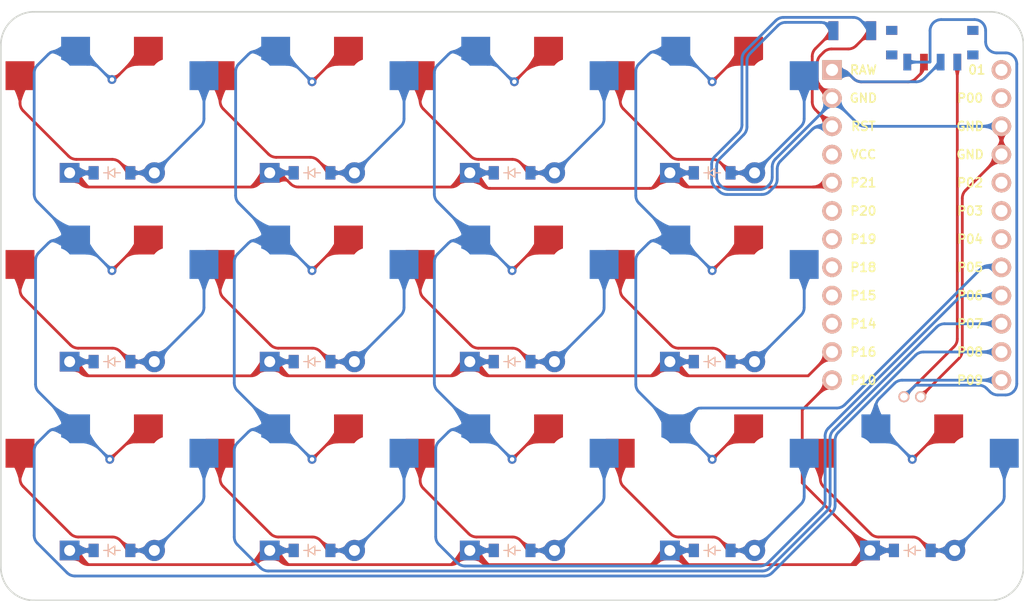
<source format=kicad_pcb>
(kicad_pcb (version 20221018) (generator pcbnew)
  (title_block (title "version_one") (rev "v1.0.0") (company "Unknown"))
  (layers (0 "F.Cu" signal) (31 "B.Cu" signal) (34 "B.Paste" user) (35 "F.Paste" user) (36 "B.SilkS" user "B.Silkscreen") (37 "F.SilkS" user "F.Silkscreen") (38 "B.Mask" user) (39 "F.Mask" user) (44 "Edge.Cuts" user))
  (net 0 "")
  (net 1 "P8")
  (net 2 "pinky_bottom")
  (net 3 "pinky_home")
  (net 4 "pinky_top")
  (net 5 "P7")
  (net 6 "ring_bottom")
  (net 7 "ring_home")
  (net 8 "ring_top")
  (net 9 "P6")
  (net 10 "middle_bottom")
  (net 11 "middle_home")
  (net 12 "middle_top")
  (net 13 "P5")
  (net 14 "index_bottom")
  (net 15 "index_home")
  (net 16 "index_top")
  (net 17 "P9")
  (net 18 "thumb_bottom")
  (net 19 "P10")
  (net 20 "P16")
  (net 21 "P21")
  (net 22 "RAW")
  (net 23 "GND")
  (net 24 "RST")
  (net 25 "VCC")
  (net 26 "P20")
  (net 27 "P19")
  (net 28 "P18")
  (net 29 "P15")
  (net 30 "P14")
  (net 31 "P1")
  (net 32 "P0")
  (net 33 "P2")
  (net 34 "P3")
  (net 35 "P4")
  (net 36 "pos")
  (footprint "lib:bat" (layer "F.Cu") (at 172 91.16 90)
    (fp_text reference "")
    (fp_text value "")
  )
  (footprint "ComboDiode" (layer "F.Cu") (at 100 105)
    (fp_text reference "D1" hide)
    (fp_text value "" hide)
  )
  (footprint "PG1350" (layer "F.Cu") (at 100 83)
    (fp_text reference "S2" hide)
    (fp_text value "" hide)
  )
  (footprint "ComboDiode" (layer "F.Cu") (at 136 88)
    (fp_text reference "D8" hide)
    (fp_text value "" hide)
  )
  (footprint "ComboDiode" (layer "F.Cu") (at 172 105)
    (fp_text reference "D13" hide)
    (fp_text value "" hide)
  )
  (footprint "PG1350" (layer "F.Cu") (at 136 100)
    (fp_text reference "S7" hide)
    (fp_text value "" hide)
  )
  (footprint "PG1350" (layer "F.Cu") (at 154 100)
    (fp_text reference "S10" hide)
    (fp_text value "" hide)
  )
  (footprint "ComboDiode" (layer "F.Cu") (at 154 88)
    (fp_text reference "D11" hide)
    (fp_text value "" hide)
  )
  (footprint "PG1350" (layer "F.Cu") (at 100 100)
    (fp_text reference "S1" hide)
    (fp_text value "" hide)
  )
  (footprint "ComboDiode" (layer "F.Cu") (at 118 105)
    (fp_text reference "D4" hide)
    (fp_text value "" hide)
  )
  (footprint "ComboDiode" (layer "F.Cu") (at 154 71)
    (fp_text reference "D12" hide)
    (fp_text value "" hide)
  )
  (footprint "PG1350" (layer "F.Cu") (at 118 66)
    (fp_text reference "S6" hide)
    (fp_text value "" hide)
  )
  (footprint "ComboDiode" (layer "F.Cu") (at 136 71)
    (fp_text reference "D9" hide)
    (fp_text value "" hide)
  )
  (footprint "Button_Switch_SMD:SW_SPDT_PCM12" (layer "F.Cu") (at 173.8 59.6 180)
    (fp_text reference "")
    (fp_text value "")
  )
  (footprint "PG1350" (layer "F.Cu") (at 136 66)
    (fp_text reference "S9" hide)
    (fp_text value "" hide)
  )
  (footprint "PG1350" (layer "F.Cu") (at 154 66)
    (fp_text reference "S12" hide)
    (fp_text value "" hide)
  )
  (footprint "ComboDiode" (layer "F.Cu") (at 100 71)
    (fp_text reference "D3" hide)
    (fp_text value "" hide)
  )
  (footprint "PG1350" (layer "F.Cu") (at 118 83)
    (fp_text reference "S5" hide)
    (fp_text value "" hide)
  )
  (footprint "PG1350" (layer "F.Cu") (at 172 100)
    (fp_text reference "S13" hide)
    (fp_text value "" hide)
  )
  (footprint "PG1350" (layer "F.Cu") (at 136 83)
    (fp_text reference "S8" hide)
    (fp_text value "" hide)
  )
  (footprint "ComboDiode" (layer "F.Cu") (at 118 88)
    (fp_text reference "D5" hide)
    (fp_text value "" hide)
  )
  (footprint "ComboDiode" (layer "F.Cu") (at 100 88)
    (fp_text reference "D2" hide)
    (fp_text value "" hide)
  )
  (footprint "PG1350" (layer "F.Cu") (at 154 83)
    (fp_text reference "S11" hide)
    (fp_text value "" hide)
  )
  (footprint "PG1350" (layer "F.Cu") (at 118 100)
    (fp_text reference "S4" hide)
    (fp_text value "" hide)
  )
  (footprint "ComboDiode" (layer "F.Cu") (at 118 71)
    (fp_text reference "D6" hide)
    (fp_text value "" hide)
  )
  (footprint "Button_Switch_SMD:SW_SPST_B3U-1000P" (layer "F.Cu") (at 166.6 58.2)
    (fp_text reference "")
    (fp_text value "")
  )
  (footprint "PG1350" (layer "F.Cu") (at 100 66)
    (fp_text reference "S3" hide)
    (fp_text value "" hide)
  )
  (footprint "ComboDiode" (layer "F.Cu") (at 154 105)
    (fp_text reference "D10" hide)
    (fp_text value "" hide)
  )
  (footprint "ProMicro" (layer "F.Cu") (at 172.4 75.7 -90)
    (fp_text reference "MCU1" hide)
    (fp_text value "" hide)
  )
  (footprint "ComboDiode" (layer "F.Cu") (at 136 105)
    (fp_text reference "D7" hide)
    (fp_text value "" hide)
  )
  (gr_arc (start 182 106.5) (mid 181.12132 108.62132) (end 179 109.5) (stroke (width 0.15)) (layer "Edge.Cuts"))
  (gr_arc (start 90 59.5) (mid 90.87868 57.37868) (end 93 56.5) (stroke (width 0.15)) (layer "Edge.Cuts"))
  (gr_line (start 93 109.5) (end 179 109.5) (stroke (width 0.15)) (layer "Edge.Cuts"))
  (gr_line (start 93 56.5) (end 179 56.5) (stroke (width 0.15)) (layer "Edge.Cuts"))
  (gr_arc (start 179 56.5) (mid 181.12132 57.37868) (end 182 59.5) (stroke (width 0.15)) (layer "Edge.Cuts"))
  (gr_line (start 182 106.5) (end 182 59.5) (stroke (width 0.15)) (layer "Edge.Cuts"))
  (gr_arc (start 93 109.5) (mid 90.87868 108.62132) (end 90 106.5) (stroke (width 0.15)) (layer "Edge.Cuts"))
  (gr_line (start 90 106.5) (end 90 59.5) (stroke (width 0.15)) (layer "Edge.Cuts"))
  (segment (start 103.275 94.05) (end 103.143814 94.05) (width 0.25) (layer "F.Cu") (net 1))
  (segment (start 102.457107 77.342893) (end 100 79.8) (width 0.25) (layer "F.Cu") (net 1))
  (segment (start 100.2 62.6) (end 100 62.6) (width 0.25) (layer "F.Cu") (net 1))
  (segment (start 103.275 60.05) (end 103.164214 60.05) (width 0.25) (layer "F.Cu") (net 1))
  (segment (start 102.461938 94.318533) (end 99.8 96.8) (width 0.25) (layer "F.Cu") (net 1))
  (segment (start 103.275 77.05) (end 103.164214 77.05) (width 0.25) (layer "F.Cu") (net 1))
  (segment (start 102.457107 60.342893) (end 100.2 62.6) (width 0.25) (layer "F.Cu") (net 1))
  (via (at 99.8 96.8) (size 0.8) (drill 0.4) (layers "F.Cu" "B.Cu") (net 1))
  (via (at 100 62.6) (size 0.8) (drill 0.4) (layers "F.Cu" "B.Cu") (net 1))
  (via (at 100 79.8) (size 0.8) (drill 0.4) (layers "F.Cu" "B.Cu") (net 1))
  (arc (start 103.164214 77.05) (mid 102.781531 77.12612) (end 102.457107 77.342893) (width 0.25) (layer "F.Cu") (net 1))
  (arc (start 102.457107 60.342893) (mid 102.78153 60.12612) (end 103.164214 60.05) (width 0.25) (layer "F.Cu") (net 1))
  (arc (start 103.143814 94.05) (mid 102.77739 94.119552) (end 102.461938 94.318533) (width 0.25) (layer "F.Cu") (net 1))
  (segment (start 96.725 77.05) (end 94.962564 77.05) (width 0.25) (layer "B.Cu") (net 1))
  (segment (start 100 62.6) (end 99.89835 62.6) (width 0.25) (layer "B.Cu") (net 1))
  (segment (start 93 62.012564) (end 93 72.910786) (width 0.25) (layer "B.Cu") (net 1))
  (segment (start 97.34835 60.05) (end 96.725 60.05) (width 0.25) (layer "B.Cu") (net 1))
  (segment (start 99.89835 62.6) (end 97.34835 60.05) (width 0.25) (layer "B.Cu") (net 1))
  (segment (start 97.05 94.05) (end 96.725 94.05) (width 0.25) (layer "B.Cu") (net 1))
  (segment (start 180.02 87.13) (end 172.999594 87.13) (width 0.25) (layer "B.Cu") (net 1))
  (segment (start 100 79.8) (end 97.25 77.05) (width 0.25) (layer "B.Cu") (net 1))
  (segment (start 93 103.633406) (end 93 96.012564) (width 0.25) (layer "B.Cu") (net 1))
  (segment (start 99.8 96.8) (end 97.05 94.05) (width 0.25) (layer "B.Cu") (net 1))
  (segment (start 94.255457 77.342893) (end 93.417893 78.180457) (width 0.25) (layer "B.Cu") (net 1))
  (segment (start 94.255457 60.342893) (end 93.292893 61.305457) (width 0.25) (layer "B.Cu") (net 1))
  (segment (start 165.05769 95.071904) (end 165.05769 100.928096) (width 0.25) (layer "B.Cu") (net 1))
  (segment (start 94.962564 94.05) (end 96.725 94.05) (width 0.25) (layer "B.Cu") (net 1))
  (segment (start 158.685786 107.3) (end 96.666594 107.3) (width 0.25) (layer "B.Cu") (net 1))
  (segment (start 97.25 77.05) (end 96.725 77.05) (width 0.25) (layer "B.Cu") (net 1))
  (segment (start 172.292487 87.422893) (end 165.350583 94.364797) (width 0.25) (layer "B.Cu") (net 1))
  (segment (start 96.725 60.05) (end 94.962564 60.05) (width 0.25) (layer "B.Cu") (net 1))
  (segment (start 93.125 78.887564) (end 93.125 90.035786) (width 0.25) (layer "B.Cu") (net 1))
  (segment (start 93.292893 73.617893) (end 96.725 77.05) (width 0.25) (layer "B.Cu") (net 1))
  (segment (start 93.292893 95.305457) (end 94.255457 94.342893) (width 0.25) (layer "B.Cu") (net 1))
  (segment (start 95.959487 107.007107) (end 93.292893 104.340513) (width 0.25) (layer "B.Cu") (net 1))
  (segment (start 164.764797 101.635203) (end 159.392893 107.007107) (width 0.25) (layer "B.Cu") (net 1))
  (segment (start 93.417893 90.742893) (end 96.725 94.05) (width 0.25) (layer "B.Cu") (net 1))
  (arc (start 93.417893 90.742893) (mid 93.20112 90.41847) (end 93.125 90.035786) (width 0.25) (layer "B.Cu") (net 1))
  (arc (start 93.417893 78.180457) (mid 93.20112 78.50488) (end 93.125 78.887564) (width 0.25) (layer "B.Cu") (net 1))
  (arc (start 94.962564 94.05) (mid 94.579881 94.12612) (end 94.255457 94.342893) (width 0.25) (layer "B.Cu") (net 1))
  (arc (start 158.685786 107.3) (mid 159.068469 107.22388) (end 159.392893 107.007107) (width 0.25) (layer "B.Cu") (net 1))
  (arc (start 172.292487 87.422893) (mid 172.61691 87.20612) (end 172.999594 87.13) (width 0.25) (layer "B.Cu") (net 1))
  (arc (start 164.764797 101.635203) (mid 164.98157 101.31078) (end 165.05769 100.928096) (width 0.25) (layer "B.Cu") (net 1))
  (arc (start 96.666594 107.3) (mid 96.283911 107.22388) (end 95.959487 107.007107) (width 0.25) (layer "B.Cu") (net 1))
  (arc (start 93.292893 61.305457) (mid 93.07612 61.62988) (end 93 62.012564) (width 0.25) (layer "B.Cu") (net 1))
  (arc (start 94.962564 77.05) (mid 94.579881 77.12612) (end 94.255457 77.342893) (width 0.25) (layer "B.Cu") (net 1))
  (arc (start 165.350583 94.364797) (mid 165.13381 94.68922) (end 165.05769 95.071904) (width 0.25) (layer "B.Cu") (net 1))
  (arc (start 93 103.633406) (mid 93.07612 104.016089) (end 93.292893 104.340513) (width 0.25) (layer "B.Cu") (net 1))
  (arc (start 94.255457 60.342893) (mid 94.57988 60.12612) (end 94.962564 60.05) (width 0.25) (layer "B.Cu") (net 1))
  (arc (start 93.292893 73.617893) (mid 93.07612 73.29347) (end 93 72.910786) (width 0.25) (layer "B.Cu") (net 1))
  (arc (start 93 96.012564) (mid 93.07612 95.629881) (end 93.292893 95.305457) (width 0.25) (layer "B.Cu") (net 1))
  (segment (start 100.728893 104.078893) (end 101.65 105) (width 0.25) (layer "F.Cu") (net 2))
  (segment (start 91.725 96.25) (end 91.725 98.54447) (width 0.25) (layer "F.Cu") (net 2))
  (segment (start 103.81 105) (end 101.65 105) (width 0.25) (layer "F.Cu") (net 2))
  (segment (start 92.017893 99.251577) (end 96.259423 103.493107) (width 0.25) (layer "F.Cu") (net 2))
  (segment (start 96.96653 103.786) (end 100.021786 103.786) (width 0.25) (layer "F.Cu") (net 2))
  (arc (start 91.725 98.54447) (mid 91.80112 98.927153) (end 92.017893 99.251577) (width 0.25) (layer "F.Cu") (net 2))
  (arc (start 96.259423 103.493107) (mid 96.583846 103.70988) (end 96.96653 103.786) (width 0.25) (layer "F.Cu") (net 2))
  (arc (start 100.728893 104.078893) (mid 100.40447 103.86212) (end 100.021786 103.786) (width 0.25) (layer "F.Cu") (net 2))
  (segment (start 107.982107 100.827893) (end 103.81 105) (width 0.25) (layer "B.Cu") (net 2))
  (segment (start 103.81 105) (end 101.65 105) (width 0.25) (layer "B.Cu") (net 2))
  (segment (start 108.275 96.25) (end 108.275 100.120786) (width 0.25) (layer "B.Cu") (net 2))
  (arc (start 107.982107 100.827893) (mid 108.19888 100.50347) (end 108.275 100.120786) (width 0.25) (layer "B.Cu") (net 2))
  (segment (start 92.017893 82.251577) (end 96.259423 86.493107) (width 0.25) (layer "F.Cu") (net 3))
  (segment (start 91.725 79.25) (end 91.725 81.54447) (width 0.25) (layer "F.Cu") (net 3))
  (segment (start 100.728893 87.078893) (end 101.65 88) (width 0.25) (layer "F.Cu") (net 3))
  (segment (start 103.81 88) (end 101.65 88) (width 0.25) (layer "F.Cu") (net 3))
  (segment (start 96.96653 86.786) (end 100.021786 86.786) (width 0.25) (layer "F.Cu") (net 3))
  (arc (start 100.728893 87.078893) (mid 100.40447 86.86212) (end 100.021786 86.786) (width 0.25) (layer "F.Cu") (net 3))
  (arc (start 92.017893 82.251577) (mid 91.80112 81.927154) (end 91.725 81.54447) (width 0.25) (layer "F.Cu") (net 3))
  (arc (start 96.259423 86.493107) (mid 96.583846 86.70988) (end 96.96653 86.786) (width 0.25) (layer "F.Cu") (net 3))
  (segment (start 108.275 79.25) (end 108.275 83.120786) (width 0.25) (layer "B.Cu") (net 3))
  (segment (start 107.982107 83.827893) (end 103.81 88) (width 0.25) (layer "B.Cu") (net 3))
  (segment (start 103.81 88) (end 101.65 88) (width 0.25) (layer "B.Cu") (net 3))
  (arc (start 108.275 83.120786) (mid 108.19888 83.503469) (end 107.982107 83.827893) (width 0.25) (layer "B.Cu") (net 3))
  (segment (start 100.728893 70.078893) (end 101.65 71) (width 0.25) (layer "F.Cu") (net 4))
  (segment (start 96.800214 69.786) (end 100.021786 69.786) (width 0.25) (layer "F.Cu") (net 4))
  (segment (start 91.725 62.25) (end 91.725 64.710786) (width 0.25) (layer "F.Cu") (net 4))
  (segment (start 92.017893 65.417893) (end 96.093107 69.493107) (width 0.25) (layer "F.Cu") (net 4))
  (segment (start 103.81 71) (end 101.65 71) (width 0.25) (layer "F.Cu") (net 4))
  (arc (start 100.021786 69.786) (mid 100.404469 69.86212) (end 100.728893 70.078893) (width 0.25) (layer "F.Cu") (net 4))
  (arc (start 91.725 64.710786) (mid 91.80112 65.093469) (end 92.017893 65.417893) (width 0.25) (layer "F.Cu") (net 4))
  (arc (start 96.093107 69.493107) (mid 96.41753 69.70988) (end 96.800214 69.786) (width 0.25) (layer "F.Cu") (net 4))
  (segment (start 107.982107 66.827893) (end 103.81 71) (width 0.25) (layer "B.Cu") (net 4))
  (segment (start 103.81 71) (end 101.65 71) (width 0.25) (layer "B.Cu") (net 4))
  (segment (start 108.275 62.25) (end 108.275 66.120786) (width 0.25) (layer "B.Cu") (net 4))
  (arc (start 108.275 66.120786) (mid 108.19888 66.503469) (end 107.982107 66.827893) (width 0.25) (layer "B.Cu") (net 4))
  (segment (start 120.457107 60.342893) (end 118.2 62.6) (width 0.25) (layer "F.Cu") (net 5))
  (segment (start 118.2 62.6) (end 118 62.8) (width 0.25) (layer "F.Cu") (net 5))
  (segment (start 121.275 60.05) (end 121.164214 60.05) (width 0.25) (layer "F.Cu") (net 5))
  (segment (start 121.275 94.05) (end 121.164214 94.05) (width 0.25) (layer "F.Cu") (net 5))
  (segment (start 120.457107 77.342893) (end 118 79.8) (width 0.25) (layer "F.Cu") (net 5))
  (segment (start 121.275 77.05) (end 121.164214 77.05) (width 0.25) (layer "F.Cu") (net 5))
  (segment (start 120.457107 94.342893) (end 118 96.8) (width 0.25) (layer "F.Cu") (net 5))
  (via (at 118 96.8) (size 0.8) (drill 0.4) (layers "F.Cu" "B.Cu") (net 5))
  (via (at 118 62.8) (size 0.8) (drill 0.4) (layers "F.Cu" "B.Cu") (net 5))
  (via (at 118 79.8) (size 0.8) (drill 0.4) (layers "F.Cu" "B.Cu") (net 5))
  (arc (start 121.164214 60.05) (mid 120.781531 60.12612) (end 120.457107 60.342893) (width 0.25) (layer "F.Cu") (net 5))
  (arc (start 121.164214 94.05) (mid 120.781531 94.12612) (end 120.457107 94.342893) (width 0.25) (layer "F.Cu") (net 5))
  (arc (start 121.164214 77.05) (mid 120.781531 77.12612) (end 120.457107 77.342893) (width 0.25) (layer "F.Cu") (net 5))
  (segment (start 114.064214 106.85) (end 158.49939 106.85) (width 0.25) (layer "B.Cu") (net 5))
  (segment (start 112.255457 77.342893) (end 111.292893 78.305457) (width 0.25) (layer "B.Cu") (net 5))
  (segment (start 164.900583 94.178401) (end 174.196091 84.882893) (width 0.25) (layer "B.Cu") (net 5))
  (segment (start 114.835786 60.05) (end 114.725 60.05) (width 0.25) (layer "B.Cu") (net 5))
  (segment (start 118 96.8) (end 115.542893 94.342893) (width 0.25) (layer "B.Cu") (net 5))
  (segment (start 114.835786 77.05) (end 114.725 77.05) (width 0.25) (layer "B.Cu") (net 5))
  (segment (start 112.255457 60.342893) (end 111.417893 61.180457) (width 0.25) (layer "B.Cu") (net 5))
  (segment (start 114.835786 94.05) (end 114.725 94.05) (width 0.25) (layer "B.Cu") (net 5))
  (segment (start 112.255457 94.342893) (end 111.292893 95.305457) (width 0.25) (layer "B.Cu") (net 5))
  (segment (start 111.125 61.887564) (end 111.125 73.035786) (width 0.25) (layer "B.Cu") (net 5))
  (segment (start 111.417893 73.742893) (end 114.725 77.05) (width 0.25) (layer "B.Cu") (net 5))
  (segment (start 111.292893 104.492893) (end 113.357107 106.557107) (width 0.25) (layer "B.Cu") (net 5))
  (segment (start 114.725 77.05) (end 112.962564 77.05) (width 0.25) (layer "B.Cu") (net 5))
  (segment (start 164.60769 100.7417) (end 164.60769 94.885508) (width 0.25) (layer "B.Cu") (net 5))
  (segment (start 174.903198 84.59) (end 180.02 84.59) (width 0.25) (layer "B.Cu") (net 5))
  (segment (start 111 79.012564) (end 111 89.910786) (width 0.25) (layer "B.Cu") (net 5))
  (segment (start 111 96.012564) (end 111 103.785786) (width 0.25) (layer "B.Cu") (net 5))
  (segment (start 118 62.8) (end 115.542893 60.342893) (width 0.25) (layer "B.Cu") (net 5))
  (segment (start 111.292893 90.617893) (end 114.725 94.05) (width 0.25) (layer "B.Cu") (net 5))
  (segment (start 118 79.8) (end 115.542893 77.342893) (width 0.25) (layer "B.Cu") (net 5))
  (segment (start 114.725 60.05) (end 112.962564 60.05) (width 0.25) (layer "B.Cu") (net 5))
  (segment (start 159.206497 106.557107) (end 164.314797 101.448807) (width 0.25) (layer "B.Cu") (net 5))
  (segment (start 114.725 94.05) (end 112.962564 94.05) (width 0.25) (layer "B.Cu") (net 5))
  (arc (start 111.292893 95.305457) (mid 111.07612 95.62988) (end 111 96.012564) (width 0.25) (layer "B.Cu") (net 5))
  (arc (start 111.292893 78.305457) (mid 111.07612 78.62988) (end 111 79.012564) (width 0.25) (layer "B.Cu") (net 5))
  (arc (start 112.962564 94.05) (mid 112.579881 94.12612) (end 112.255457 94.342893) (width 0.25) (layer "B.Cu") (net 5))
  (arc (start 111.292893 104.492893) (mid 111.07612 104.16847) (end 111 103.785786) (width 0.25) (layer "B.Cu") (net 5))
  (arc (start 159.206497 106.557107) (mid 158.882074 106.77388) (end 158.49939 106.85) (width 0.25) (layer "B.Cu") (net 5))
  (arc (start 174.903198 84.59) (mid 174.520515 84.66612) (end 174.196091 84.882893) (width 0.25) (layer "B.Cu") (net 5))
  (arc (start 114.835786 60.05) (mid 115.218469 60.12612) (end 115.542893 60.342893) (width 0.25) (layer "B.Cu") (net 5))
  (arc (start 112.255457 60.342893) (mid 112.57988 60.12612) (end 112.962564 60.05) (width 0.25) (layer "B.Cu") (net 5))
  (arc (start 114.835786 77.05) (mid 115.218469 77.12612) (end 115.542893 77.342893) (width 0.25) (layer "B.Cu") (net 5))
  (arc (start 111.292893 90.617893) (mid 111.07612 90.29347) (end 111 89.910786) (width 0.25) (layer "B.Cu") (net 5))
  (arc (start 164.60769 94.885508) (mid 164.68381 94.502825) (end 164.900583 94.178401) (width 0.25) (layer "B.Cu") (net 5))
  (arc (start 164.314797 101.448807) (mid 164.53157 101.124384) (end 164.60769 100.7417) (width 0.25) (layer "B.Cu") (net 5))
  (arc (start 113.357107 106.557107) (mid 113.68153 106.77388) (end 114.064214 106.85) (width 0.25) (layer "B.Cu") (net 5))
  (arc (start 114.835786 94.05) (mid 115.218469 94.12612) (end 115.542893 94.342893) (width 0.25) (layer "B.Cu") (net 5))
  (arc (start 112.255457 77.342893) (mid 112.57988 77.12612) (end 112.962564 77.05) (width 0.25) (layer "B.Cu") (net 5))
  (arc (start 111.417893 73.742893) (mid 111.20112 73.41847) (end 111.125 73.035786) (width 0.25) (layer "B.Cu") (net 5))
  (arc (start 111.417893 61.180457) (mid 111.20112 61.50488) (end 111.125 61.887564) (width 0.25) (layer "B.Cu") (net 5))
  (segment (start 118.728893 104.078893) (end 119.65 105) (width 0.25) (layer "F.Cu") (net 6))
  (segment (start 121.81 105) (end 119.65 105) (width 0.25) (layer "F.Cu") (net 6))
  (segment (start 109.725 96.25) (end 109.725 98.54447) (width 0.25) (layer "F.Cu") (net 6))
  (segment (start 110.017893 99.251577) (end 114.259423 103.493107) (width 0.25) (layer "F.Cu") (net 6))
  (segment (start 114.96653 103.786) (end 118.021786 103.786) (width 0.25) (layer "F.Cu") (net 6))
  (arc (start 110.017893 99.251577) (mid 109.80112 98.927154) (end 109.725 98.54447) (width 0.25) (layer "F.Cu") (net 6))
  (arc (start 118.728893 104.078893) (mid 118.40447 103.86212) (end 118.021786 103.786) (width 0.25) (layer "F.Cu") (net 6))
  (arc (start 114.259423 103.493107) (mid 114.583846 103.70988) (end 114.96653 103.786) (width 0.25) (layer "F.Cu") (net 6))
  (segment (start 121.81 105) (end 119.65 105) (width 0.25) (layer "B.Cu") (net 6))
  (segment (start 125.982107 100.827893) (end 121.81 105) (width 0.25) (layer "B.Cu") (net 6))
  (segment (start 126.275 96.25) (end 126.275 100.120786) (width 0.25) (layer "B.Cu") (net 6))
  (arc (start 126.275 100.120786) (mid 126.19888 100.503469) (end 125.982107 100.827893) (width 0.25) (layer "B.Cu") (net 6))
  (segment (start 118.728893 87.078893) (end 119.65 88) (width 0.25) (layer "F.Cu") (net 7))
  (segment (start 110.017893 82.251577) (end 114.259423 86.493107) (width 0.25) (layer "F.Cu") (net 7))
  (segment (start 114.96653 86.786) (end 118.021786 86.786) (width 0.25) (layer "F.Cu") (net 7))
  (segment (start 109.725 79.25) (end 109.725 81.54447) (width 0.25) (layer "F.Cu") (net 7))
  (segment (start 121.81 88) (end 119.65 88) (width 0.25) (layer "F.Cu") (net 7))
  (arc (start 114.96653 86.786) (mid 114.583847 86.70988) (end 114.259423 86.493107) (width 0.25) (layer "F.Cu") (net 7))
  (arc (start 118.728893 87.078893) (mid 118.40447 86.86212) (end 118.021786 86.786) (width 0.25) (layer "F.Cu") (net 7))
  (arc (start 110.017893 82.251577) (mid 109.80112 81.927154) (end 109.725 81.54447) (width 0.25) (layer "F.Cu") (net 7))
  (segment (start 121.81 88) (end 119.65 88) (width 0.25) (layer "B.Cu") (net 7))
  (segment (start 125.982107 83.827893) (end 121.81 88) (width 0.25) (layer "B.Cu") (net 7))
  (segment (start 126.275 79.25) (end 126.275 83.120786) (width 0.25) (layer "B.Cu") (net 7))
  (arc (start 126.275 83.120786) (mid 126.19888 83.503469) (end 125.982107 83.827893) (width 0.25) (layer "B.Cu") (net 7))
  (segment (start 114.78053 69.6) (end 117.835786 69.6) (width 0.25) (layer "F.Cu") (net 8))
  (segment (start 110.017893 65.251577) (end 114.073423 69.307107) (width 0.25) (layer "F.Cu") (net 8))
  (segment (start 121.81 71) (end 119.65 71) (width 0.25) (layer "F.Cu") (net 8))
  (segment (start 118.542893 69.892893) (end 119.65 71) (width 0.25) (layer "F.Cu") (net 8))
  (segment (start 109.725 62.25) (end 109.725 64.54447) (width 0.25) (layer "F.Cu") (net 8))
  (arc (start 114.78053 69.6) (mid 114.397847 69.52388) (end 114.073423 69.307107) (width 0.25) (layer "F.Cu") (net 8))
  (arc (start 110.017893 65.251577) (mid 109.80112 64.927154) (end 109.725 64.54447) (width 0.25) (layer "F.Cu") (net 8))
  (arc (start 117.835786 69.6) (mid 118.218469 69.67612) (end 118.542893 69.892893) (width 0.25) (layer "F.Cu") (net 8))
  (segment (start 125.982107 66.827893) (end 121.81 71) (width 0.25) (layer "B.Cu") (net 8))
  (segment (start 126.275 62.25) (end 126.275 66.120786) (width 0.25) (layer "B.Cu") (net 8))
  (segment (start 121.81 71) (end 119.65 71) (width 0.25) (layer "B.Cu") (net 8))
  (arc (start 126.275 66.120786) (mid 126.19888 66.503469) (end 125.982107 66.827893) (width 0.25) (layer "B.Cu") (net 8))
  (segment (start 139.275 77.05) (end 139.164214 77.05) (width 0.25) (layer "F.Cu") (net 9))
  (segment (start 136.2 62.8) (end 138.95 60.05) (width 0.25) (layer "F.Cu") (net 9))
  (segment (start 138.457107 77.342893) (end 136 79.8) (width 0.25) (layer "F.Cu") (net 9))
  (segment (start 139.275 94.05) (end 139.164214 94.05) (width 0.25) (layer "F.Cu") (net 9))
  (segment (start 138.457107 94.342893) (end 136 96.8) (width 0.25) (layer "F.Cu") (net 9))
  (segment (start 138.95 60.05) (end 139.275 60.05) (width 0.25) (layer "F.Cu") (net 9))
  (via (at 136.2 62.8) (size 0.8) (drill 0.4) (layers "F.Cu" "B.Cu") (net 9))
  (via (at 136 79.8) (size 0.8) (drill 0.4) (layers "F.Cu" "B.Cu") (net 9))
  (via (at 136 96.8) (size 0.8) (drill 0.4) (layers "F.Cu" "B.Cu") (net 9))
  (arc (start 139.164214 94.05) (mid 138.781531 94.12612) (end 138.457107 94.342893) (width 0.25) (layer "F.Cu") (net 9))
  (arc (start 138.457107 77.342893) (mid 138.78153 77.12612) (end 139.164214 77.05) (width 0.25) (layer "F.Cu") (net 9))
  (segment (start 130.255457 77.342893) (end 129.292893 78.305457) (width 0.25) (layer "B.Cu") (net 9))
  (segment (start 176.806802 82.05) (end 180.02 82.05) (width 0.25) (layer "B.Cu") (net 9))
  (segment (start 132.934136 60.05) (end 132.725 60.05) (width 0.25) (layer "B.Cu") (net 9))
  (segment (start 129.125 95.887564) (end 129.125 103.758406) (width 0.25) (layer "B.Cu") (net 9))
  (segment (start 136 96.8) (end 133.542893 94.342893) (width 0.25) (layer "B.Cu") (net 9))
  (segment (start 132.725 60.05) (end 130.962564 60.05) (width 0.25) (layer "B.Cu") (net 9))
  (segment (start 132.835786 94.05) (end 132.725 94.05) (width 0.25) (layer "B.Cu") (net 9))
  (segment (start 132.725 77.05) (end 130.962564 77.05) (width 0.25) (layer "B.Cu") (net 9))
  (segment (start 136 79.8) (end 133.542893 77.342893) (width 0.25) (layer "B.Cu") (net 9))
  (segment (start 130.255457 60.342893) (end 129.292893 61.305457) (width 0.25) (layer "B.Cu") (net 9))
  (segment (start 132.835786 77.05) (end 132.725 77.05) (width 0.25) (layer "B.Cu") (net 9))
  (segment (start 131.766594 106.4) (end 158.312994 106.4) (width 0.25) (layer "B.Cu") (net 9))
  (segment (start 132.725 94.05) (end 130.962564 94.05) (width 0.25) (layer "B.Cu") (net 9))
  (segment (start 129 79.012564) (end 129 89.910786) (width 0.25) (layer "B.Cu") (net 9))
  (segment (start 136.2 62.8) (end 136.09835 62.8) (width 0.25) (layer "B.Cu") (net 9))
  (segment (start 129.417893 104.465513) (end 131.059487 106.107107) (width 0.25) (layer "B.Cu") (net 9))
  (segment (start 129 62.012564) (end 129 72.910786) (width 0.25) (layer "B.Cu") (net 9))
  (segment (start 164.15769 100.555304) (end 164.15769 94.699112) (width 0.25) (layer "B.Cu") (net 9))
  (segment (start 129.292893 73.617893) (end 132.725 77.05) (width 0.25) (layer "B.Cu") (net 9))
  (segment (start 164.450583 93.992005) (end 176.099695 82.342893) (width 0.25) (layer "B.Cu") (net 9))
  (segment (start 129.292893 90.617893) (end 132.725 94.05) (width 0.25) (layer "B.Cu") (net 9))
  (segment (start 136.09835 62.8) (end 133.641243 60.342893) (width 0.25) (layer "B.Cu") (net 9))
  (segment (start 159.020101 106.107107) (end 163.864797 101.262411) (width 0.25) (layer "B.Cu") (net 9))
  (segment (start 130.255457 94.342893) (end 129.417893 95.180457) (width 0.25) (layer "B.Cu") (net 9))
  (arc (start 130.962564 60.05) (mid 130.579881 60.12612) (end 130.255457 60.342893) (width 0.25) (layer "B.Cu") (net 9))
  (arc (start 164.15769 100.555304) (mid 164.08157 100.937987) (end 163.864797 101.262411) (width 0.25) (layer "B.Cu") (net 9))
  (arc (start 130.255457 94.342893) (mid 130.57988 94.12612) (end 130.962564 94.05) (width 0.25) (layer "B.Cu") (net 9))
  (arc (start 129.292893 90.617893) (mid 129.07612 90.29347) (end 129 89.910786) (width 0.25) (layer "B.Cu") (net 9))
  (arc (start 164.15769 94.699112) (mid 164.23381 94.316429) (end 164.450583 93.992005) (width 0.25) (layer "B.Cu") (net 9))
  (arc (start 176.099695 82.342893) (mid 176.424118 82.12612) (end 176.806802 82.05) (width 0.25) (layer "B.Cu") (net 9))
  (arc (start 132.835786 94.05) (mid 133.218469 94.12612) (end 133.542893 94.342893) (width 0.25) (layer "B.Cu") (net 9))
  (arc (start 133.542893 77.342893) (mid 133.21847 77.12612) (end 132.835786 77.05) (width 0.25) (layer "B.Cu") (net 9))
  (arc (start 129.292893 73.617893) (mid 129.07612 73.29347) (end 129 72.910786) (width 0.25) (layer "B.Cu") (net 9))
  (arc (start 129.292893 78.305457) (mid 129.07612 78.62988) (end 129 79.012564) (width 0.25) (layer "B.Cu") (net 9))
  (arc (start 158.312994 106.4) (mid 158.695677 106.32388) (end 159.020101 106.107107) (width 0.25) (layer "B.Cu") (net 9))
  (arc (start 129 62.012564) (mid 129.07612 61.629881) (end 129.292893 61.305457) (width 0.25) (layer "B.Cu") (net 9))
  (arc (start 133.641243 60.342893) (mid 133.31682 60.12612) (end 132.934136 60.05) (width 0.25) (layer "B.Cu") (net 9))
  (arc (start 131.059487 106.107107) (mid 131.38391 106.32388) (end 131.766594 106.4) (width 0.25) (layer "B.Cu") (net 9))
  (arc (start 129.417893 95.180457) (mid 129.20112 95.50488) (end 129.125 95.887564) (width 0.25) (layer "B.Cu") (net 9))
  (arc (start 130.255457 77.342893) (mid 130.57988 77.12612) (end 130.962564 77.05) (width 0.25) (layer "B.Cu") (net 9))
  (arc (start 129.417893 104.465513) (mid 129.20112 104.14109) (end 129.125 103.758406) (width 0.25) (layer "B.Cu") (net 9))
  (segment (start 136.728893 104.078893) (end 137.65 105) (width 0.25) (layer "F.Cu") (net 10))
  (segment (start 128.017893 99.417893) (end 132.093107 103.493107) (width 0.25) (layer "F.Cu") (net 10))
  (segment (start 132.800214 103.786) (end 136.021786 103.786) (width 0.25) (layer "F.Cu") (net 10))
  (segment (start 127.725 96.25) (end 127.725 98.710786) (width 0.25) (layer "F.Cu") (net 10))
  (segment (start 137.65 105) (end 139.81 105) (width 0.25) (layer "F.Cu") (net 10))
  (arc (start 136.728893 104.078893) (mid 136.40447 103.86212) (end 136.021786 103.786) (width 0.25) (layer "F.Cu") (net 10))
  (arc (start 128.017893 99.417893) (mid 127.80112 99.09347) (end 127.725 98.710786) (width 0.25) (layer "F.Cu") (net 10))
  (arc (start 132.800214 103.786) (mid 132.417531 103.70988) (end 132.093107 103.493107) (width 0.25) (layer "F.Cu") (net 10))
  (segment (start 144.275 96.25) (end 144.275 100.120786) (width 0.25) (layer "B.Cu") (net 10))
  (segment (start 143.982107 100.827893) (end 139.81 105) (width 0.25) (layer "B.Cu") (net 10))
  (segment (start 139.81 105) (end 137.65 105) (width 0.25) (layer "B.Cu") (net 10))
  (arc (start 144.275 100.120786) (mid 144.19888 100.503469) (end 143.982107 100.827893) (width 0.25) (layer "B.Cu") (net 10))
  (segment (start 139.81 88) (end 137.65 88) (width 0.25) (layer "F.Cu") (net 11))
  (segment (start 136.728893 87.078893) (end 137.65 88) (width 0.25) (layer "F.Cu") (net 11))
  (segment (start 128.017893 82.251577) (end 132.259423 86.493107) (width 0.25) (layer "F.Cu") (net 11))
  (segment (start 127.725 79.25) (end 127.725 81.54447) (width 0.25) (layer "F.Cu") (net 11))
  (segment (start 132.96653 86.786) (end 136.021786 86.786) (width 0.25) (layer "F.Cu") (net 11))
  (arc (start 136.021786 86.786) (mid 136.404469 86.86212) (end 136.728893 87.078893) (width 0.25) (layer "F.Cu") (net 11))
  (arc (start 132.96653 86.786) (mid 132.583847 86.70988) (end 132.259423 86.493107) (width 0.25) (layer "F.Cu") (net 11))
  (arc (start 128.017893 82.251577) (mid 127.80112 81.927154) (end 127.725 81.54447) (width 0.25) (layer "F.Cu") (net 11))
  (segment (start 144.275 79.25) (end 144.275 83.120786) (width 0.25) (layer "B.Cu") (net 11))
  (segment (start 143.982107 83.827893) (end 139.81 88) (width 0.25) (layer "B.Cu") (net 11))
  (segment (start 139.81 88) (end 137.65 88) (width 0.25) (layer "B.Cu") (net 11))
  (arc (start 143.982107 83.827893) (mid 144.19888 83.50347) (end 144.275 83.120786) (width 0.25) (layer "B.Cu") (net 11))
  (segment (start 136.728893 70.078893) (end 137.65 71) (width 0.25) (layer "F.Cu") (net 12))
  (segment (start 128.017893 65.251577) (end 132.259423 69.493107) (width 0.25) (layer "F.Cu") (net 12))
  (segment (start 127.725 62.25) (end 127.725 64.54447) (width 0.25) (layer "F.Cu") (net 12))
  (segment (start 137.65 71) (end 139.81 71) (width 0.25) (layer "F.Cu") (net 12))
  (segment (start 132.96653 69.786) (end 136.021786 69.786) (width 0.25) (layer "F.Cu") (net 12))
  (arc (start 136.021786 69.786) (mid 136.404469 69.86212) (end 136.728893 70.078893) (width 0.25) (layer "F.Cu") (net 12))
  (arc (start 132.96653 69.786) (mid 132.583847 69.70988) (end 132.259423 69.493107) (width 0.25) (layer "F.Cu") (net 12))
  (arc (start 128.017893 65.251577) (mid 127.80112 64.927154) (end 127.725 64.54447) (width 0.25) (layer "F.Cu") (net 12))
  (segment (start 139.81 71) (end 137.65 71) (width 0.25) (layer "B.Cu") (net 12))
  (segment (start 144.275 62.25) (end 144.275 66.120786) (width 0.25) (layer "B.Cu") (net 12))
  (segment (start 143.982107 66.827893) (end 139.81 71) (width 0.25) (layer "B.Cu") (net 12))
  (arc (start 144.275 66.120786) (mid 144.19888 66.503469) (end 143.982107 66.827893) (width 0.25) (layer "B.Cu") (net 12))
  (segment (start 157.275 77.05) (end 157.164214 77.05) (width 0.25) (layer "F.Cu") (net 13))
  (segment (start 157.275 60.05) (end 157.164214 60.05) (width 0.25) (layer "F.Cu") (net 13))
  (segment (start 156.457107 77.342893) (end 154 79.8) (width 0.25) (layer "F.Cu") (net 13))
  (segment (start 157.275 94.05) (end 157.164214 94.05) (width 0.25) (layer "F.Cu") (net 13))
  (segment (start 156.457107 60.342893) (end 154 62.8) (width 0.25) (layer "F.Cu") (net 13))
  (segment (start 156.457107 94.342893) (end 154 96.8) (width 0.25) (layer "F.Cu") (net 13))
  (via (at 154 96.8) (size 0.8) (drill 0.4) (layers "F.Cu" "B.Cu") (net 13))
  (via (at 154 79.8) (size 0.8) (drill 0.4) (layers "F.Cu" "B.Cu") (net 13))
  (via (at 154 62.8) (size 0.8) (drill 0.4) (layers "F.Cu" "B.Cu") (net 13))
  (arc (start 157.164214 94.05) (mid 156.781531 94.12612) (end 156.457107 94.342893) (width 0.25) (layer "F.Cu") (net 13))
  (arc (start 157.164214 77.05) (mid 156.781531 77.12612) (end 156.457107 77.342893) (width 0.25) (layer "F.Cu") (net 13))
  (arc (start 156.457107 60.342893) (mid 156.78153 60.12612) (end 157.164214 60.05) (width 0.25) (layer "F.Cu") (net 13))
  (segment (start 150.725 60.05) (end 148.962564 60.05) (width 0.25) (layer "B.Cu") (net 13))
  (segment (start 148.255457 77.342893) (end 147.417893 78.180457) (width 0.25) (layer "B.Cu") (net 13))
  (segment (start 154 62.8) (end 151.542893 60.342893) (width 0.25) (layer "B.Cu") (net 13))
  (segment (start 150.725 77.05) (end 148.962564 77.05) (width 0.25) (layer "B.Cu") (net 13))
  (segment (start 150.835786 94.05) (end 150.725 94.05) (width 0.25) (layer "B.Cu") (net 13))
  (segment (start 147.417893 73.742893) (end 150.725 77.05) (width 0.25) (layer "B.Cu") (net 13))
  (segment (start 153.014214 92.175) (end 165.216978 92.175) (width 0.25) (layer "B.Cu") (net 13))
  (segment (start 178.710406 79.51) (end 180.02 79.51) (width 0.25) (layer "B.Cu") (net 13))
  (segment (start 147.125 61.887564) (end 147.125 73.035786) (width 0.25) (layer "B.Cu") (net 13))
  (segment (start 154 79.8) (end 151.542893 77.342893) (width 0.25) (layer "B.Cu") (net 13))
  (segment (start 150.835786 77.05) (end 150.725 77.05) (width 0.25) (layer "B.Cu") (net 13))
  (segment (start 150.725 94.05) (end 152.307107 92.467893) (width 0.25) (layer "B.Cu") (net 13))
  (segment (start 148.255457 60.342893) (end 147.417893 61.180457) (width 0.25) (layer "B.Cu") (net 13))
  (segment (start 147.417893 90.742893) (end 150.725 94.05) (width 0.25) (layer "B.Cu") (net 13))
  (segment (start 154 96.8) (end 151.542893 94.342893) (width 0.25) (layer "B.Cu") (net 13))
  (segment (start 150.835786 60.05) (end 150.725 60.05) (width 0.25) (layer "B.Cu") (net 13))
  (segment (start 165.924085 91.882107) (end 178.003299 79.802893) (width 0.25) (layer "B.Cu") (net 13))
  (segment (start 147.125 78.887564) (end 147.125 90.035786) (width 0.25) (layer "B.Cu") (net 13))
  (arc (start 178.003299 79.802893) (mid 178.327722 79.58612) (end 178.710406 79.51) (width 0.25) (layer "B.Cu") (net 13))
  (arc (start 153.014214 92.175) (mid 152.631531 92.25112) (end 152.307107 92.467893) (width 0.25) (layer "B.Cu") (net 13))
  (arc (start 147.417893 73.742893) (mid 147.20112 73.41847) (end 147.125 73.035786) (width 0.25) (layer "B.Cu") (net 13))
  (arc (start 151.542893 77.342893) (mid 151.21847 77.12612) (end 150.835786 77.05) (width 0.25) (layer "B.Cu") (net 13))
  (arc (start 151.542893 60.342893) (mid 151.21847 60.12612) (end 150.835786 60.05) (width 0.25) (layer "B.Cu") (net 13))
  (arc (start 148.255457 77.342893) (mid 148.57988 77.12612) (end 148.962564 77.05) (width 0.25) (layer "B.Cu") (net 13))
  (arc (start 151.542893 94.342893) (mid 151.21847 94.12612) (end 150.835786 94.05) (width 0.25) (layer "B.Cu") (net 13))
  (arc (start 147.417893 90.742893) (mid 147.20112 90.41847) (end 147.125 90.035786) (width 0.25) (layer "B.Cu") (net 13))
  (arc (start 165.924085 91.882107) (mid 165.599662 92.09888) (end 165.216978 92.175) (width 0.25) (layer "B.Cu") (net 13))
  (arc (start 148.962564 60.05) (mid 148.579881 60.12612) (end 148.255457 60.342893) (width 0.25) (layer "B.Cu") (net 13))
  (arc (start 147.125 61.887564) (mid 147.20112 61.504881) (end 147.417893 61.180457) (width 0.25) (layer "B.Cu") (net 13))
  (arc (start 147.417893 78.180457) (mid 147.20112 78.50488) (end 147.125 78.887564) (width 0.25) (layer "B.Cu") (net 13))
  (segment (start 150.96653 103.786) (end 154.021786 103.786) (width 0.25) (layer "F.Cu") (net 14))
  (segment (start 154.728893 104.078893) (end 155.65 105) (width 0.25) (layer "F.Cu") (net 14))
  (segment (start 155.65 105) (end 157.81 105) (width 0.25) (layer "F.Cu") (net 14))
  (segment (start 146.017893 99.251577) (end 150.259423 103.493107) (width 0.25) (layer "F.Cu") (net 14))
  (segment (start 145.725 96.25) (end 145.725 98.54447) (width 0.25) (layer "F.Cu") (net 14))
  (arc (start 150.259423 103.493107) (mid 150.583846 103.70988) (end 150.96653 103.786) (width 0.25) (layer "F.Cu") (net 14))
  (arc (start 154.728893 104.078893) (mid 154.40447 103.86212) (end 154.021786 103.786) (width 0.25) (layer "F.Cu") (net 14))
  (arc (start 145.725 98.54447) (mid 145.80112 98.927153) (end 146.017893 99.251577) (width 0.25) (layer "F.Cu") (net 14))
  (segment (start 162.275 96.25) (end 162.275 100.120786) (width 0.25) (layer "B.Cu") (net 14))
  (segment (start 161.982107 100.827893) (end 157.81 105) (width 0.25) (layer "B.Cu") (net 14))
  (segment (start 157.81 105) (end 155.65 105) (width 0.25) (layer "B.Cu") (net 14))
  (arc (start 161.982107 100.827893) (mid 162.19888 100.50347) (end 162.275 100.120786) (width 0.25) (layer "B.Cu") (net 14))
  (segment (start 154.728893 87.078893) (end 155.65 88) (width 0.25) (layer "F.Cu") (net 15))
  (segment (start 157.81 88) (end 155.65 88) (width 0.25) (layer "F.Cu") (net 15))
  (segment (start 146.017893 82.251577) (end 150.259423 86.493107) (width 0.25) (layer "F.Cu") (net 15))
  (segment (start 150.96653 86.786) (end 154.021786 86.786) (width 0.25) (layer "F.Cu") (net 15))
  (segment (start 145.725 79.25) (end 145.725 81.54447) (width 0.25) (layer "F.Cu") (net 15))
  (arc (start 150.259423 86.493107) (mid 150.583846 86.70988) (end 150.96653 86.786) (width 0.25) (layer "F.Cu") (net 15))
  (arc (start 145.725 81.54447) (mid 145.80112 81.927153) (end 146.017893 82.251577) (width 0.25) (layer "F.Cu") (net 15))
  (arc (start 154.728893 87.078893) (mid 154.40447 86.86212) (end 154.021786 86.786) (width 0.25) (layer "F.Cu") (net 15))
  (segment (start 162.275 79.25) (end 162.275 83.120786) (width 0.25) (layer "B.Cu") (net 15))
  (segment (start 161.982107 83.827893) (end 157.81 88) (width 0.25) (layer "B.Cu") (net 15))
  (segment (start 157.81 88) (end 155.65 88) (width 0.25) (layer "B.Cu") (net 15))
  (arc (start 161.982107 83.827893) (mid 162.19888 83.50347) (end 162.275 83.120786) (width 0.25) (layer "B.Cu") (net 15))
  (segment (start 154.728893 70.078893) (end 155.65 71) (width 0.25) (layer "F.Cu") (net 16))
  (segment (start 145.725 62.25) (end 145.725 64.54447) (width 0.25) (layer "F.Cu") (net 16))
  (segment (start 150.96653 69.786) (end 154.021786 69.786) (width 0.25) (layer "F.Cu") (net 16))
  (segment (start 155.65 71) (end 157.81 71) (width 0.25) (layer "F.Cu") (net 16))
  (segment (start 146.017893 65.251577) (end 150.259423 69.493107) (width 0.25) (layer "F.Cu") (net 16))
  (arc (start 150.259423 69.493107) (mid 150.583846 69.70988) (end 150.96653 69.786) (width 0.25) (layer "F.Cu") (net 16))
  (arc (start 154.021786 69.786) (mid 154.404469 69.86212) (end 154.728893 70.078893) (width 0.25) (layer "F.Cu") (net 16))
  (arc (start 146.017893 65.251577) (mid 145.80112 64.927154) (end 145.725 64.54447) (width 0.25) (layer "F.Cu") (net 16))
  (segment (start 162.275 62.25) (end 162.275 66.120786) (width 0.25) (layer "B.Cu") (net 16))
  (segment (start 157.81 71) (end 155.65 71) (width 0.25) (layer "B.Cu") (net 16))
  (segment (start 161.982107 66.827893) (end 157.81 71) (width 0.25) (layer "B.Cu") (net 16))
  (arc (start 162.275 66.120786) (mid 162.19888 66.503469) (end 161.982107 66.827893) (width 0.25) (layer "B.Cu") (net 16))
  (segment (start 175.275 94.05) (end 175.164214 94.05) (width 0.25) (layer "F.Cu") (net 17))
  (segment (start 174.457107 94.342893) (end 172 96.8) (width 0.25) (layer "F.Cu") (net 17))
  (via (at 172 96.8) (size 0.8) (drill 0.4) (layers "F.Cu" "B.Cu") (net 17))
  (arc (start 174.457107 94.342893) (mid 174.78153 94.12612) (end 175.164214 94.05) (width 0.25) (layer "F.Cu") (net 17))
  (segment (start 171.09599 89.67) (end 180.02 89.67) (width 0.25) (layer "B.Cu") (net 17))
  (segment (start 169.017893 91.333883) (end 170.388883 89.962893) (width 0.25) (layer "B.Cu") (net 17))
  (segment (start 172 96.8) (end 169.542893 94.342893) (width 0.25) (layer "B.Cu") (net 17))
  (segment (start 168.725 94.05) (end 168.725 92.04099) (width 0.25) (layer "B.Cu") (net 17))
  (segment (start 168.835786 94.05) (end 168.725 94.05) (width 0.25) (layer "B.Cu") (net 17))
  (arc (start 169.542893 94.342893) (mid 169.21847 94.12612) (end 168.835786 94.05) (width 0.25) (layer "B.Cu") (net 17))
  (arc (start 170.388883 89.962893) (mid 170.713306 89.74612) (end 171.09599 89.67) (width 0.25) (layer "B.Cu") (net 17))
  (arc (start 169.017893 91.333883) (mid 168.80112 91.658306) (end 168.725 92.04099) (width 0.25) (layer "B.Cu") (net 17))
  (segment (start 163.725 96.25) (end 163.725 98.54447) (width 0.25) (layer "F.Cu") (net 18))
  (segment (start 164.017893 99.251577) (end 168.259423 103.493107) (width 0.25) (layer "F.Cu") (net 18))
  (segment (start 173.65 105) (end 175.81 105) (width 0.25) (layer "F.Cu") (net 18))
  (segment (start 172.728893 104.078893) (end 173.65 105) (width 0.25) (layer "F.Cu") (net 18))
  (segment (start 168.96653 103.786) (end 172.021786 103.786) (width 0.25) (layer "F.Cu") (net 18))
  (arc (start 164.017893 99.251577) (mid 163.80112 98.927154) (end 163.725 98.54447) (width 0.25) (layer "F.Cu") (net 18))
  (arc (start 168.259423 103.493107) (mid 168.583846 103.70988) (end 168.96653 103.786) (width 0.25) (layer "F.Cu") (net 18))
  (arc (start 172.021786 103.786) (mid 172.404469 103.86212) (end 172.728893 104.078893) (width 0.25) (layer "F.Cu") (net 18))
  (segment (start 175.81 105) (end 173.65 105) (width 0.25) (layer "B.Cu") (net 18))
  (segment (start 179.982107 100.827893) (end 175.81 105) (width 0.25) (layer "B.Cu") (net 18))
  (segment (start 180.275 96.25) (end 180.275 100.120786) (width 0.25) (layer "B.Cu") (net 18))
  (arc (start 180.275 100.120786) (mid 180.19888 100.503469) (end 179.982107 100.827893) (width 0.25) (layer "B.Cu") (net 18))
  (segment (start 166.9125 106.2775) (end 168.19 105) (width 0.25) (layer "F.Cu") (net 19))
  (segment (start 132.19 105) (end 134.35 105) (width 0.25) (layer "F.Cu") (net 19))
  (segment (start 133.881714 106.2775) (end 148.498286 106.2775) (width 0.25) (layer "F.Cu") (net 19))
  (segment (start 132.19 105) (end 133.174607 105.984607) (width 0.25) (layer "F.Cu") (net 19))
  (segment (start 97.881714 106.2775) (end 112.498286 106.2775) (width 0.25) (layer "F.Cu") (net 19))
  (segment (start 162.1 92.35) (end 164.78 89.67) (width 0.25) (layer "F.Cu") (net 19))
  (segment (start 98.35 105) (end 96.19 105) (width 0.25) (layer "F.Cu") (net 19))
  (segment (start 113.205393 105.984607) (end 114.19 105) (width 0.25) (layer "F.Cu") (net 19))
  (segment (start 149.205393 105.984607) (end 150.19 105) (width 0.25) (layer "F.Cu") (net 19))
  (segment (start 115.881714 106.2775) (end 130.498286 106.2775) (width 0.25) (layer "F.Cu") (net 19))
  (segment (start 168.19 105) (end 170.35 105) (width 0.25) (layer "F.Cu") (net 19))
  (segment (start 131.205393 105.984607) (end 132.19 105) (width 0.25) (layer "F.Cu") (net 19))
  (segment (start 150.19 105) (end 152.35 105) (width 0.25) (layer "F.Cu") (net 19))
  (segment (start 96.19 105) (end 97.174607 105.984607) (width 0.25) (layer "F.Cu") (net 19))
  (segment (start 116.35 105) (end 114.19 105) (width 0.25) (layer "F.Cu") (net 19))
  (segment (start 114.19 105) (end 115.174607 105.984607) (width 0.25) (layer "F.Cu") (net 19))
  (segment (start 150.19 105) (end 151.174607 105.984607) (width 0.25) (layer "F.Cu") (net 19))
  (segment (start 162.1 98.91) (end 162.1 92.35) (width 0.25) (layer "F.Cu") (net 19))
  (segment (start 168.19 105) (end 162.1 98.91) (width 0.25) (layer "F.Cu") (net 19))
  (segment (start 151.881714 106.2775) (end 166.9125 106.2775) (width 0.25) (layer "F.Cu") (net 19))
  (arc (start 113.205393 105.984607) (mid 112.88097 106.20138) (end 112.498286 106.2775) (width 0.25) (layer "F.Cu") (net 19))
  (arc (start 97.881714 106.2775) (mid 97.499031 106.20138) (end 97.174607 105.984607) (width 0.25) (layer "F.Cu") (net 19))
  (arc (start 115.174607 105.984607) (mid 115.49903 106.20138) (end 115.881714 106.2775) (width 0.25) (layer "F.Cu") (net 19))
  (arc (start 133.881714 106.2775) (mid 133.499031 106.20138) (end 133.174607 105.984607) (width 0.25) (layer "F.Cu") (net 19))
  (arc (start 148.498286 106.2775) (mid 148.880969 106.20138) (end 149.205393 105.984607) (width 0.25) (layer "F.Cu") (net 19))
  (arc (start 130.498286 106.2775) (mid 130.880969 106.20138) (end 131.205393 105.984607) (width 0.25) (layer "F.Cu") (net 19))
  (arc (start 151.174607 105.984607) (mid 151.49903 106.20138) (end 151.881714 106.2775) (width 0.25) (layer "F.Cu") (net 19))
  (segment (start 98.35 105) (end 96.19 105) (width 0.25) (layer "B.Cu") (net 19))
  (segment (start 134.35 105) (end 132.19 105) (width 0.25) (layer "B.Cu") (net 19))
  (segment (start 152.35 105) (end 150.19 105) (width 0.25) (layer "B.Cu") (net 19))
  (segment (start 170.35 105) (end 168.19 105) (width 0.25) (layer "B.Cu") (net 19))
  (segment (start 116.35 105) (end 114.19 105) (width 0.25) (layer "B.Cu") (net 19))
  (segment (start 131.205393 88.984607) (end 132.19 88) (width 0.25) (layer "F.Cu") (net 20))
  (segment (start 134.35 88) (end 132.19 88) (width 0.25) (layer "F.Cu") (net 20))
  (segment (start 149.205393 88.984607) (end 150.19 88) (width 0.25) (layer "F.Cu") (net 20))
  (segment (start 98.35 88) (end 96.19 88) (width 0.25) (layer "F.Cu") (net 20))
  (segment (start 152.35 88) (end 150.19 88) (width 0.25) (layer "F.Cu") (net 20))
  (segment (start 115.881714 89.2775) (end 130.498286 89.2775) (width 0.25) (layer "F.Cu") (net 20))
  (segment (start 162.6325 89.2775) (end 164.78 87.13) (width 0.25) (layer "F.Cu") (net 20))
  (segment (start 116.35 88) (end 114.19 88) (width 0.25) (layer "F.Cu") (net 20))
  (segment (start 97.881714 89.2775) (end 112.498286 89.2775) (width 0.25) (layer "F.Cu") (net 20))
  (segment (start 132.19 88) (end 133.174607 88.984607) (width 0.25) (layer "F.Cu") (net 20))
  (segment (start 150.19 88) (end 151.174607 88.984607) (width 0.25) (layer "F.Cu") (net 20))
  (segment (start 113.205393 88.984607) (end 114.19 88) (width 0.25) (layer "F.Cu") (net 20))
  (segment (start 133.881714 89.2775) (end 148.498286 89.2775) (width 0.25) (layer "F.Cu") (net 20))
  (segment (start 114.19 88) (end 115.174607 88.984607) (width 0.25) (layer "F.Cu") (net 20))
  (segment (start 151.881714 89.2775) (end 162.6325 89.2775) (width 0.25) (layer "F.Cu") (net 20))
  (segment (start 96.19 88) (end 97.174607 88.984607) (width 0.25) (layer "F.Cu") (net 20))
  (arc (start 133.881714 89.2775) (mid 133.499031 89.20138) (end 133.174607 88.984607) (width 0.25) (layer "F.Cu") (net 20))
  (arc (start 130.498286 89.2775) (mid 130.880969 89.20138) (end 131.205393 88.984607) (width 0.25) (layer "F.Cu") (net 20))
  (arc (start 113.205393 88.984607) (mid 112.88097 89.20138) (end 112.498286 89.2775) (width 0.25) (layer "F.Cu") (net 20))
  (arc (start 148.498286 89.2775) (mid 148.880969 89.20138) (end 149.205393 88.984607) (width 0.25) (layer "F.Cu") (net 20))
  (arc (start 115.174607 88.984607) (mid 115.49903 89.20138) (end 115.881714 89.2775) (width 0.25) (layer "F.Cu") (net 20))
  (arc (start 151.174607 88.984607) (mid 151.49903 89.20138) (end 151.881714 89.2775) (width 0.25) (layer "F.Cu") (net 20))
  (arc (start 97.174607 88.984607) (mid 97.49903 89.20138) (end 97.881714 89.2775) (width 0.25) (layer "F.Cu") (net 20))
  (segment (start 116.35 88) (end 114.19 88) (width 0.25) (layer "B.Cu") (net 20))
  (segment (start 134.35 88) (end 132.19 88) (width 0.25) (layer "B.Cu") (net 20))
  (segment (start 152.35 88) (end 150.19 88) (width 0.25) (layer "B.Cu") (net 20))
  (segment (start 98.35 88) (end 96.19 88) (width 0.25) (layer "B.Cu") (net 20))
  (segment (start 116.770714 72.2775) (end 130.498286 72.2775) (width 0.25) (layer "F.Cu") (net 21))
  (segment (start 114.19 71) (end 114.664786 71) (width 0.25) (layer "F.Cu") (net 21))
  (segment (start 150.19 71) (end 152.35 71) (width 0.25) (layer "F.Cu") (net 21))
  (segment (start 113.205393 71.984607) (end 114.19 71) (width 0.25) (layer "F.Cu") (net 21))
  (segment (start 116.35 71) (end 114.19 71) (width 0.25) (layer "F.Cu") (net 21))
  (segment (start 131.205393 71.984607) (end 132.19 71) (width 0.25) (layer "F.Cu") (net 21))
  (segment (start 149.082893 72.107107) (end 150.19 71) (width 0.25) (layer "F.Cu") (net 21))
  (segment (start 132.19 71) (end 133.297107 72.107107) (width 0.25) (layer "F.Cu") (net 21))
  (segment (start 151.881714 72.2775) (end 164.3925 72.2775) (width 0.25) (layer "F.Cu") (net 21))
  (segment (start 150.19 71) (end 151.174607 71.984607) (width 0.25) (layer "F.Cu") (net 21))
  (segment (start 97.881714 72.2775) (end 112.498286 72.2775) (width 0.25) (layer "F.Cu") (net 21))
  (segment (start 134.004214 72.4) (end 148.375786 72.4) (width 0.25) (layer "F.Cu") (net 21))
  (segment (start 164.3925 72.2775) (end 164.78 71.89) (width 0.25) (layer "F.Cu") (net 21))
  (segment (start 115.371893 71.292893) (end 116.063607 71.984607) (width 0.25) (layer "F.Cu") (net 21))
  (segment (start 132.19 71) (end 134.35 71) (width 0.25) (layer "F.Cu") (net 21))
  (segment (start 98.35 71) (end 96.19 71) (width 0.25) (layer "F.Cu") (net 21))
  (segment (start 96.19 71) (end 97.174607 71.984607) (width 0.25) (layer "F.Cu") (net 21))
  (arc (start 97.174607 71.984607) (mid 97.49903 72.20138) (end 97.881714 72.2775) (width 0.25) (layer "F.Cu") (net 21))
  (arc (start 130.498286 72.2775) (mid 130.880969 72.20138) (end 131.205393 71.984607) (width 0.25) (layer "F.Cu") (net 21))
  (arc (start 151.881714 72.2775) (mid 151.499031 72.20138) (end 151.174607 71.984607) (width 0.25) (layer "F.Cu") (net 21))
  (arc (start 116.770714 72.2775) (mid 116.388031 72.20138) (end 116.063607 71.984607) (width 0.25) (layer "F.Cu") (net 21))
  (arc (start 133.297107 72.107107) (mid 133.62153 72.32388) (end 134.004214 72.4) (width 0.25) (layer "F.Cu") (net 21))
  (arc (start 114.664786 71) (mid 115.047469 71.07612) (end 115.371893 71.292893) (width 0.25) (layer "F.Cu") (net 21))
  (arc (start 113.205393 71.984607) (mid 112.88097 72.20138) (end 112.498286 72.2775) (width 0.25) (layer "F.Cu") (net 21))
  (arc (start 148.375786 72.4) (mid 148.758469 72.32388) (end 149.082893 72.107107) (width 0.25) (layer "F.Cu") (net 21))
  (segment (start 152.35 71) (end 150.19 71) (width 0.25) (layer "B.Cu") (net 21))
  (segment (start 134.35 71) (end 132.19 71) (width 0.25) (layer "B.Cu") (net 21))
  (segment (start 98.35 71) (end 96.19 71) (width 0.25) (layer "B.Cu") (net 21))
  (segment (start 116.35 71) (end 114.19 71) (width 0.25) (layer "B.Cu") (net 21))
  (segment (start 173.05 61.03) (end 173.05 61.365786) (width 0.25) (layer "F.Cu") (net 22))
  (segment (start 171.615786 62.8) (end 167.414214 62.8) (width 0.25) (layer "F.Cu") (net 22))
  (segment (start 165.515786 61.73) (end 164.78 61.73) (width 0.25) (layer "F.Cu") (net 22))
  (segment (start 172.757107 62.072893) (end 172.322893 62.507107) (width 0.25) (layer "F.Cu") (net 22))
  (segment (start 166.707107 62.507107) (end 166.222893 62.022893) (width 0.25) (layer "F.Cu") (net 22))
  (arc (start 172.757107 62.072893) (mid 172.97388 61.74847) (end 173.05 61.365786) (width 0.25) (layer "F.Cu") (net 22))
  (arc (start 172.322893 62.507107) (mid 171.99847 62.72388) (end 171.615786 62.8) (width 0.25) (layer "F.Cu") (net 22))
  (arc (start 167.414214 62.8) (mid 167.031531 62.72388) (end 166.707107 62.507107) (width 0.25) (layer "F.Cu") (net 22))
  (arc (start 166.222893 62.022893) (mid 165.89847 61.80612) (end 165.515786 61.73) (width 0.25) (layer "F.Cu") (net 22))
  (segment (start 165.515786 61.73) (end 164.78 61.73) (width 0.25) (layer "B.Cu") (net 22))
  (segment (start 166.707107 62.507107) (end 166.222893 62.022893) (width 0.25) (layer "B.Cu") (net 22))
  (segment (start 174.55 61.03) (end 173.072893 62.507107) (width 0.25) (layer "B.Cu") (net 22))
  (segment (start 172.365786 62.8) (end 167.414214 62.8) (width 0.25) (layer "B.Cu") (net 22))
  (arc (start 172.365786 62.8) (mid 172.748469 62.72388) (end 173.072893 62.507107) (width 0.25) (layer "B.Cu") (net 22))
  (arc (start 166.707107 62.507107) (mid 167.03153 62.72388) (end 167.414214 62.8) (width 0.25) (layer "B.Cu") (net 22))
  (arc (start 166.222893 62.022893) (mid 165.89847 61.80612) (end 165.515786 61.73) (width 0.25) (layer "B.Cu") (net 22))
  (segment (start 168.3 58.2) (end 166.947513 59.552487) (width 0.25) (layer "F.Cu") (net 23))
  (segment (start 176.792893 72.577107) (end 180.02 69.35) (width 0.25) (layer "F.Cu") (net 23))
  (segment (start 163.45 61.126949) (end 163.45 62.525786) (width 0.25) (layer "F.Cu") (net 23))
  (segment (start 164.024462 60.138273) (end 163.742893 60.419842) (width 0.25) (layer "F.Cu") (net 23))
  (segment (start 172.75 91.16) (end 176.207107 87.702893) (width 0.25) (layer "F.Cu") (net 23))
  (segment (start 176.5 86.995786) (end 176.5 73.284214) (width 0.25) (layer "F.Cu") (net 23))
  (segment (start 180.02 69.35) (end 180.02 66.81) (width 0.25) (layer "F.Cu") (net 23))
  (segment (start 166.240406 59.84538) (end 164.731569 59.84538) (width 0.25) (layer "F.Cu") (net 23))
  (segment (start 163.742893 63.232893) (end 164.78 64.27) (width 0.25) (layer "F.Cu") (net 23))
  (arc (start 163.45 62.525786) (mid 163.52612 62.908469) (end 163.742893 63.232893) (width 0.25) (layer "F.Cu") (net 23))
  (arc (start 164.024462 60.138273) (mid 164.348885 59.9215) (end 164.731569 59.84538) (width 0.25) (layer "F.Cu") (net 23))
  (arc (start 176.792893 72.577107) (mid 176.57612 72.90153) (end 176.5 73.284214) (width 0.25) (layer "F.Cu") (net 23))
  (arc (start 166.947513 59.552487) (mid 166.62309 59.76926) (end 166.240406 59.84538) (width 0.25) (layer "F.Cu") (net 23))
  (arc (start 163.742893 60.419842) (mid 163.52612 60.744265) (end 163.45 61.126949) (width 0.25) (layer "F.Cu") (net 23))
  (arc (start 176.207107 87.702893) (mid 176.42388 87.37847) (end 176.5 86.995786) (width 0.25) (layer "F.Cu") (net 23))
  (segment (start 157.125 60.939214) (end 157.125 66.860786) (width 0.25) (layer "B.Cu") (net 23))
  (segment (start 154.692893 72.092893) (end 154.807107 72.207107) (width 0.25) (layer "B.Cu") (net 23))
  (segment (start 159.907107 57.742893) (end 157.417893 60.232107) (width 0.25) (layer "B.Cu") (net 23))
  (segment (start 180 66.8) (end 180.01 66.81) (width 0.25) (layer "B.Cu") (net 23))
  (segment (start 155.514214 72.5) (end 158.285786 72.5) (width 0.25) (layer "B.Cu") (net 23))
  (segment (start 163.735786 57.45) (end 160.614214 57.45) (width 0.25) (layer "B.Cu") (net 23))
  (segment (start 180.02 66.81) (end 180.01 66.81) (width 0.25) (layer "B.Cu") (net 23))
  (segment (start 164.9 58.2) (end 164.442893 57.742893) (width 0.25) (layer "B.Cu") (net 23))
  (segment (start 180.02 66.81) (end 167.734214 66.81) (width 0.25) (layer "B.Cu") (net 23))
  (segment (start 159.692893 69.753503) (end 164.78 64.666396) (width 0.25) (layer "B.Cu") (net 23))
  (segment (start 159.4 71.385786) (end 159.4 70.46061) (width 0.25) (layer "B.Cu") (net 23))
  (segment (start 156.832107 67.567893) (end 154.692893 69.707107) (width 0.25) (layer "B.Cu") (net 23))
  (segment (start 158.992893 72.207107) (end 159.107107 72.092893) (width 0.25) (layer "B.Cu") (net 23))
  (segment (start 154.4 70.414214) (end 154.4 71.385786) (width 0.25) (layer "B.Cu") (net 23))
  (segment (start 164.78 64.666396) (end 164.78 64.27) (width 0.25) (layer "B.Cu") (net 23))
  (segment (start 167.027107 66.517107) (end 164.78 64.27) (width 0.25) (layer "B.Cu") (net 23))
  (arc (start 159.692893 69.753503) (mid 159.47612 70.077926) (end 159.4 70.46061) (width 0.25) (layer "B.Cu") (net 23))
  (arc (start 158.992893 72.207107) (mid 158.66847 72.42388) (end 158.285786 72.5) (width 0.25) (layer "B.Cu") (net 23))
  (arc (start 159.107107 72.092893) (mid 159.32388 71.76847) (end 159.4 71.385786) (width 0.25) (layer "B.Cu") (net 23))
  (arc (start 167.027107 66.517107) (mid 167.35153 66.73388) (end 167.734214 66.81) (width 0.25) (layer "B.Cu") (net 23))
  (arc (start 157.125 66.860786) (mid 157.04888 67.243469) (end 156.832107 67.567893) (width 0.25) (layer "B.Cu") (net 23))
  (arc (start 154.692893 72.092893) (mid 154.47612 71.76847) (end 154.4 71.385786) (width 0.25) (layer "B.Cu") (net 23))
  (arc (start 154.807107 72.207107) (mid 155.13153 72.42388) (end 155.514214 72.5) (width 0.25) (layer "B.Cu") (net 23))
  (arc (start 164.442893 57.742893) (mid 164.11847 57.52612) (end 163.735786 57.45) (width 0.25) (layer "B.Cu") (net 23))
  (arc (start 157.125 60.939214) (mid 157.20112 60.556531) (end 157.417893 60.232107) (width 0.25) (layer "B.Cu") (net 23))
  (arc (start 159.907107 57.742893) (mid 160.23153 57.52612) (end 160.614214 57.45) (width 0.25) (layer "B.Cu") (net 23))
  (arc (start 154.4 70.414214) (mid 154.47612 70.031531) (end 154.692893 69.707107) (width 0.25) (layer "B.Cu") (net 23))
  (segment (start 163 64.615786) (end 163 60.514214) (width 0.25) (layer "F.Cu") (net 24))
  (segment (start 163.292893 59.807107) (end 164.9 58.2) (width 0.25) (layer "F.Cu") (net 24))
  (segment (start 164.78 66.81) (end 163.292893 65.322893) (width 0.25) (layer "F.Cu") (net 24))
  (arc (start 163 64.615786) (mid 163.07612 64.998469) (end 163.292893 65.322893) (width 0.25) (layer "F.Cu") (net 24))
  (arc (start 163 60.514214) (mid 163.07612 60.131531) (end 163.292893 59.807107) (width 0.25) (layer "F.Cu") (net 24))
  (segment (start 163.687006 66.81) (end 164.78 66.81) (width 0.25) (layer "B.Cu") (net 24))
  (segment (start 166.685786 57) (end 160.427818 57) (width 0.25) (layer "B.Cu") (net 24))
  (segment (start 159.85 71.572182) (end 159.85 70.647006) (width 0.25) (layer "B.Cu") (net 24))
  (segment (start 155.327818 72.95) (end 158.472182 72.95) (width 0.25) (layer "B.Cu") (net 24))
  (segment (start 168.3 58.2) (end 167.392893 57.292893) (width 0.25) (layer "B.Cu") (net 24))
  (segment (start 156.675 60.752818) (end 156.675 66.67439) (width 0.25) (layer "B.Cu") (net 24))
  (segment (start 156.382107 67.381497) (end 154.242893 69.520711) (width 0.25) (layer "B.Cu") (net 24))
  (segment (start 160.142893 69.939899) (end 162.979899 67.102893) (width 0.25) (layer "B.Cu") (net 24))
  (segment (start 154.242893 72.279289) (end 154.620711 72.657107) (width 0.25) (layer "B.Cu") (net 24))
  (segment (start 153.95 70.227818) (end 153.95 71.572182) (width 0.25) (layer "B.Cu") (net 24))
  (segment (start 159.720711 57.292893) (end 156.967893 60.045711) (width 0.25) (layer "B.Cu") (net 24))
  (segment (start 159.179289 72.657107) (end 159.557107 72.279289) (width 0.25) (layer "B.Cu") (net 24))
  (arc (start 160.142893 69.939899) (mid 159.92612 70.264322) (end 159.85 70.647006) (width 0.25) (layer "B.Cu") (net 24))
  (arc (start 154.242893 69.520711) (mid 154.02612 69.845134) (end 153.95 70.227818) (width 0.25) (layer "B.Cu") (net 24))
  (arc (start 159.720711 57.292893) (mid 160.045134 57.07612) (end 160.427818 57) (width 0.25) (layer "B.Cu") (net 24))
  (arc (start 159.557107 72.279289) (mid 159.77388 71.954866) (end 159.85 71.572182) (width 0.25) (layer "B.Cu") (net 24))
  (arc (start 155.327818 72.95) (mid 154.945135 72.87388) (end 154.620711 72.657107) (width 0.25) (layer "B.Cu") (net 24))
  (arc (start 156.967893 60.045711) (mid 156.75112 60.370134) (end 156.675 60.752818) (width 0.25) (layer "B.Cu") (net 24))
  (arc (start 162.979899 67.102893) (mid 163.304322 66.88612) (end 163.687006 66.81) (width 0.25) (layer "B.Cu") (net 24))
  (arc (start 154.242893 72.279289) (mid 154.02612 71.954866) (end 153.95 71.572182) (width 0.25) (layer "B.Cu") (net 24))
  (arc (start 158.472182 72.95) (mid 158.854865 72.87388) (end 159.179289 72.657107) (width 0.25) (layer "B.Cu") (net 24))
  (arc (start 167.392893 57.292893) (mid 167.06847 57.07612) (end 166.685786 57) (width 0.25) (layer "B.Cu") (net 24))
  (arc (start 156.382107 67.381497) (mid 156.59888 67.057074) (end 156.675 66.67439) (width 0.25) (layer "B.Cu") (net 24))
  (segment (start 176.05 85.945786) (end 176.05 61.03) (width 0.25) (layer "F.Cu") (net 36))
  (segment (start 171.25 91.16) (end 175.757107 86.652893) (width 0.25) (layer "F.Cu") (net 36))
  (arc (start 175.757107 86.652893) (mid 175.97388 86.32847) (end 176.05 85.945786) (width 0.25) (layer "F.Cu") (net 36))
  (segment (start 172.29 90.12) (end 171.25 91.16) (width 0.25) (layer "B.Cu") (net 36))
  (segment (start 181.107107 90.692893) (end 181.092893 90.707107) (width 0.25) (layer "B.Cu") (net 36))
  (segment (start 171.55 61.03) (end 173.57 61.03) (width 0.25) (layer "B.Cu") (net 36))
  (segment (start 177.985786 90.12) (end 172.29 90.12) (width 0.25) (layer "B.Cu") (net 36))
  (segment (start 179.6 60.2) (end 180.4 60.2) (width 0.25) (layer "B.Cu") (net 36))
  (segment (start 178.987107 90.707107) (end 178.692893 90.412893) (width 0.25) (layer "B.Cu") (net 36))
  (segment (start 181.4 61.2) (end 181.4 89.985786) (width 0.25) (layer "B.Cu") (net 36))
  (segment (start 180.385786 91) (end 179.694214 91) (width 0.25) (layer "B.Cu") (net 36))
  (segment (start 173.6 61) (end 173.6 58.2) (width 0.25) (layer "B.Cu") (net 36))
  (segment (start 173.57 61.03) (end 173.6 61) (width 0.25) (layer "B.Cu") (net 36))
  (segment (start 178.6 58.2) (end 178.6 59.2) (width 0.25) (layer "B.Cu") (net 36))
  (segment (start 174.6 57.2) (end 177.6 57.2) (width 0.25) (layer "B.Cu") (net 36))
  (arc (start 180.4 60.2) (mid 181.107107 60.492893) (end 181.4 61.2) (width 0.25) (layer "B.Cu") (net 36))
  (arc (start 177.6 57.2) (mid 178.307107 57.492893) (end 178.6 58.2) (width 0.25) (layer "B.Cu") (net 36))
  (arc (start 173.6 58.2) (mid 173.892893 57.492893) (end 174.6 57.2) (width 0.25) (layer "B.Cu") (net 36))
  (arc (start 179.694214 91) (mid 179.311531 90.92388) (end 178.987107 90.707107) (width 0.25) (layer "B.Cu") (net 36))
  (arc (start 181.4 89.985786) (mid 181.32388 90.368469) (end 181.107107 90.692893) (width 0.25) (layer "B.Cu") (net 36))
  (arc (start 178.692893 90.412893) (mid 178.368469 90.19612) (end 177.985786 90.12) (width 0.25) (layer "B.Cu") (net 36))
  (arc (start 181.092893 90.707107) (mid 180.76847 90.92388) (end 180.385786 91) (width 0.25) (layer "B.Cu") (net 36))
  (arc (start 178.6 59.2) (mid 178.892893 59.907107) (end 179.6 60.2) (width 0.25) (layer "B.Cu") (net 36))
)
</source>
